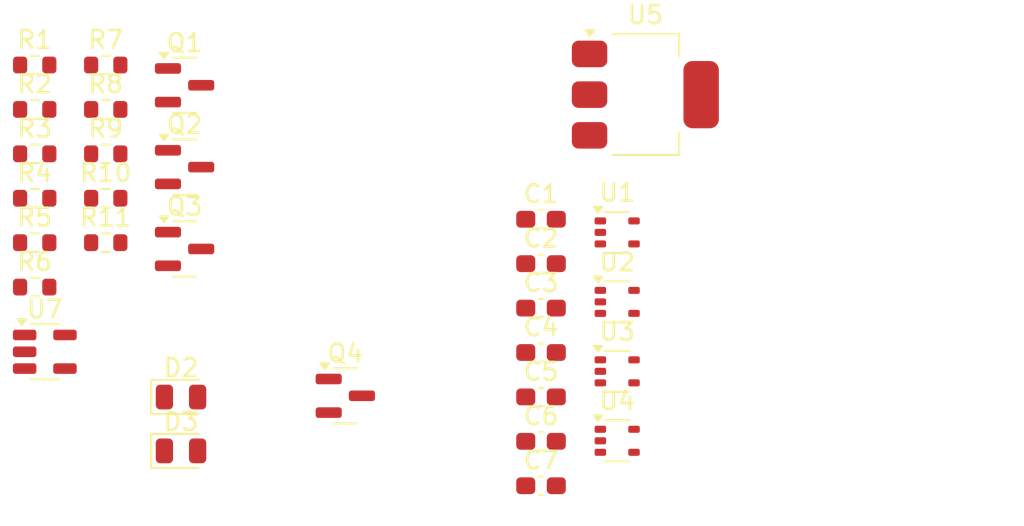
<source format=kicad_pcb>
(kicad_pcb (version 20240108) (generator "pcbnew") (generator_version "8.0")
  (layers (0 "F.Cu" signal) (31 "B.Cu" signal) (34 "B.Paste" user) (35 "F.Paste" user) (36 "B.SilkS" user "B.Silkscreen") (37 "F.SilkS" user "F.Silkscreen") (38 "B.Mask" user) (39 "F.Mask" user) (44 "Edge.Cuts" user))
  (net 0 "")
  (net 1 "+12V")
  (net 2 "GND")
  (net 3 "+5V")
  (net 4 "Net-(C5-Pad1)")
  (net 5 "Net-(D2-A)")
  (net 6 "Net-(D3-A)")
  (net 7 "Net-(Q1-G)")
  (net 8 "/SET")
  (net 9 "Net-(Q2-S)")
  (net 10 "IMD_Error")
  (net 11 "Net-(Q3-S)")
  (net 12 "BMS_Error")
  (net 13 "Net-(Q4-D)")
  (net 14 "Net-(Q4-G)")
  (net 15 "Net-(U7-+)")
  (net 16 "Net-(R6-Pad1)")
  (net 17 "Net-(R10-Pad2)")
  (net 18 "Net-(R11-Pad1)")
  (net 19 "/Trigger")
  (net 20 "/Q")
  (net 21 "/Q'")
  (net 22 "/RESET")
  (footprint "Package_TO_SOT_SMD:SOT-23" (layer "F.Cu") (at 94.128 101.176)
    (property "Reference" "Q3" (at 0 -2.4 0) (layer "F.SilkS"))
    (property "Value" "BSS138")
    (fp_line (start 0 -1.56) (end -0.65 -1.56) (stroke (width 0.12)) (layer "F.SilkS"))
    (fp_line (start 0 -1.56) (end 0.65 -1.56) (stroke (width 0.12)) (layer "F.SilkS"))
    (fp_line (start 0 1.56) (end -0.65 1.56) (stroke (width 0.12)) (layer "F.SilkS"))
    (fp_line (start 0 1.56) (end 0.65 1.56) (stroke (width 0.12)) (layer "F.SilkS"))
    (fp_poly (pts (xy -1.1625 -1.51) (xy -1.4025 -1.84) (xy -0.9225 -1.84) (xy -1.1625 -1.51)) (stroke (width 0.12)) (fill solid) (layer "F.SilkS"))
    (pad "1" smd roundrect (at -0.9375 -0.95) (size 1.475 0.6) (layers "F.Cu" "F.Paste" "F.Mask") (net 12 "BMS_Error"))
    (pad "2" smd roundrect (at -0.9375 0.95) (size 1.475 0.6) (layers "F.Cu" "F.Paste" "F.Mask") (net 11 "Net-(Q3-S)"))
    (pad "3" smd roundrect (at 0.9375 0) (size 1.475 0.6) (layers "F.Cu" "F.Paste" "F.Mask") (net 3 "+5V"))
  )
  (footprint "Package_TO_SOT_SMD:SOT-23" (layer "F.Cu") (at 94.128 91.926)
    (property "Reference" "Q1" (at 0 -2.4 0) (layer "F.SilkS"))
    (property "Value" "Si2319CDS")
    (fp_line (start 0 -1.56) (end -0.65 -1.56) (stroke (width 0.12)) (layer "F.SilkS"))
    (fp_line (start 0 -1.56) (end 0.65 -1.56) (stroke (width 0.12)) (layer "F.SilkS"))
    (fp_line (start 0 1.56) (end -0.65 1.56) (stroke (width 0.12)) (layer "F.SilkS"))
    (fp_line (start 0 1.56) (end 0.65 1.56) (stroke (width 0.12)) (layer "F.SilkS"))
    (fp_poly (pts (xy -1.1625 -1.51) (xy -1.4025 -1.84) (xy -0.9225 -1.84) (xy -1.1625 -1.51)) (stroke (width 0.12)) (fill solid) (layer "F.SilkS"))
    (pad "1" smd roundrect (at -0.9375 -0.95) (size 1.475 0.6) (layers "F.Cu" "F.Paste" "F.Mask") (net 7 "Net-(Q1-G)"))
    (pad "2" smd roundrect (at -0.9375 0.95) (size 1.475 0.6) (layers "F.Cu" "F.Paste" "F.Mask") (net 3 "+5V"))
    (pad "3" smd roundrect (at 0.9375 0) (size 1.475 0.6) (layers "F.Cu" "F.Paste" "F.Mask") (net 8 "/SET"))
  )
  (footprint "Capacitor_SMD:C_0603_1608Metric_Pad1.08x0.95mm_HandSolder" (layer "F.Cu") (at 114.252 112.047)
    (property "Reference" "C6" (at 0 -1.43 0) (layer "F.SilkS"))
    (property "Value" "100n")
    (fp_line (start -0.146267 -0.51) (end 0.146267 -0.51) (stroke (width 0.12)) (layer "F.SilkS"))
    (fp_line (start -0.146267 0.51) (end 0.146267 0.51) (stroke (width 0.12)) (layer "F.SilkS"))
    (pad "1" smd roundrect (at -0.8625 0) (size 1.075 0.95) (layers "F.Cu" "F.Paste" "F.Mask") (net 3 "+5V"))
    (pad "2" smd roundrect (at 0.8625 0) (size 1.075 0.95) (layers "F.Cu" "F.Paste" "F.Mask") (net 2 "GND"))
  )
  (footprint "Resistor_SMD:R_0603_1608Metric" (layer "F.Cu") (at 89.678 100.821)
    (property "Reference" "R11" (at 0 -1.43 0) (layer "F.SilkS"))
    (property "Value" "500")
    (fp_line (start -0.237258 -0.5225) (end 0.237258 -0.5225) (stroke (width 0.12)) (layer "F.SilkS"))
    (fp_line (start -0.237258 0.5225) (end 0.237258 0.5225) (stroke (width 0.12)) (layer "F.SilkS"))
    (pad "1" smd roundrect (at -0.825 0) (size 0.8 0.95) (layers "F.Cu" "F.Paste" "F.Mask") (net 18 "Net-(R11-Pad1)"))
    (pad "2" smd roundrect (at 0.825 0) (size 0.8 0.95) (layers "F.Cu" "F.Paste" "F.Mask") (net 13 "Net-(Q4-D)"))
  )
  (footprint "Resistor_SMD:R_0603_1608Metric" (layer "F.Cu") (at 85.668 95.801)
    (property "Reference" "R3" (at 0 -1.43 0) (layer "F.SilkS"))
    (property "Value" "318k")
    (fp_line (start -0.237258 -0.5225) (end 0.237258 -0.5225) (stroke (width 0.12)) (layer "F.SilkS"))
    (fp_line (start -0.237258 0.5225) (end 0.237258 0.5225) (stroke (width 0.12)) (layer "F.SilkS"))
    (pad "1" smd roundrect (at -0.825 0) (size 0.8 0.95) (layers "F.Cu" "F.Paste" "F.Mask") (net 3 "+5V"))
    (pad "2" smd roundrect (at 0.825 0) (size 0.8 0.95) (layers "F.Cu" "F.Paste" "F.Mask") (net 4 "Net-(C5-Pad1)"))
  )
  (footprint "Resistor_SMD:R_0603_1608Metric" (layer "F.Cu") (at 85.668 90.781)
    (property "Reference" "R1" (at 0 -1.43 0) (layer "F.SilkS"))
    (property "Value" "330")
    (fp_line (start -0.237258 -0.5225) (end 0.237258 -0.5225) (stroke (width 0.12)) (layer "F.SilkS"))
    (fp_line (start -0.237258 0.5225) (end 0.237258 0.5225) (stroke (width 0.12)) (layer "F.SilkS"))
    (pad "1" smd roundrect (at -0.825 0) (size 0.8 0.95) (layers "F.Cu" "F.Paste" "F.Mask") (net 9 "Net-(Q2-S)"))
    (pad "2" smd roundrect (at 0.825 0) (size 0.8 0.95) (layers "F.Cu" "F.Paste" "F.Mask") (net 5 "Net-(D2-A)"))
  )
  (footprint "Capacitor_SMD:C_0603_1608Metric_Pad1.08x0.95mm_HandSolder" (layer "F.Cu") (at 114.252 107.027)
    (property "Reference" "C4" (at 0 -1.43 0) (layer "F.SilkS"))
    (property "Value" "10u")
    (fp_line (start -0.146267 -0.51) (end 0.146267 -0.51) (stroke (width 0.12)) (layer "F.SilkS"))
    (fp_line (start -0.146267 0.51) (end 0.146267 0.51) (stroke (width 0.12)) (layer "F.SilkS"))
    (pad "1" smd roundrect (at -0.8625 0) (size 1.075 0.95) (layers "F.Cu" "F.Paste" "F.Mask") (net 3 "+5V"))
    (pad "2" smd roundrect (at 0.8625 0) (size 1.075 0.95) (layers "F.Cu" "F.Paste" "F.Mask") (net 2 "GND"))
  )
  (footprint "LED_SMD:LED_0805_2012Metric" (layer "F.Cu") (at 93.928 109.546)
    (property "Reference" "D2" (at 0 -1.65 0) (layer "F.SilkS"))
    (property "Value" "LED")
    (fp_line (start -1.685 -0.96) (end -1.685 0.96) (stroke (width 0.12)) (layer "F.SilkS"))
    (fp_line (start -1.685 0.96) (end 1 0.96) (stroke (width 0.12)) (layer "F.SilkS"))
    (fp_line (start 1 -0.96) (end -1.685 -0.96) (stroke (width 0.12)) (layer "F.SilkS"))
    (pad "1" smd roundrect (at -0.9375 0) (size 0.975 1.4) (layers "F.Cu" "F.Paste" "F.Mask") (net 2 "GND"))
    (pad "2" smd roundrect (at 0.9375 0) (size 0.975 1.4) (layers "F.Cu" "F.Paste" "F.Mask") (net 5 "Net-(D2-A)"))
  )
  (footprint "Capacitor_SMD:C_0603_1608Metric_Pad1.08x0.95mm_HandSolder" (layer "F.Cu") (at 114.252 109.537)
    (property "Reference" "C5" (at 0 -1.43 0) (layer "F.SilkS"))
    (property "Value" "10u")
    (fp_line (start -0.146267 -0.51) (end 0.146267 -0.51) (stroke (width 0.12)) (layer "F.SilkS"))
    (fp_line (start -0.146267 0.51) (end 0.146267 0.51) (stroke (width 0.12)) (layer "F.SilkS"))
    (pad "1" smd roundrect (at -0.8625 0) (size 1.075 0.95) (layers "F.Cu" "F.Paste" "F.Mask") (net 4 "Net-(C5-Pad1)"))
    (pad "2" smd roundrect (at 0.8625 0) (size 1.075 0.95) (layers "F.Cu" "F.Paste" "F.Mask") (net 2 "GND"))
  )
  (footprint "Capacitor_SMD:C_0603_1608Metric_Pad1.08x0.95mm_HandSolder" (layer "F.Cu") (at 114.252 114.557)
    (property "Reference" "C7" (at 0 -1.43 0) (layer "F.SilkS"))
    (property "Value" "100n")
    (fp_line (start -0.146267 -0.51) (end 0.146267 -0.51) (stroke (width 0.12)) (layer "F.SilkS"))
    (fp_line (start -0.146267 0.51) (end 0.146267 0.51) (stroke (width 0.12)) (layer "F.SilkS"))
    (pad "1" smd roundrect (at -0.8625 0) (size 1.075 0.95) (layers "F.Cu" "F.Paste" "F.Mask") (net 3 "+5V"))
    (pad "2" smd roundrect (at 0.8625 0) (size 1.075 0.95) (layers "F.Cu" "F.Paste" "F.Mask") (net 2 "GND"))
  )
  (footprint "Resistor_SMD:R_0603_1608Metric" (layer "F.Cu") (at 89.678 93.291)
    (property "Reference" "R8" (at 0 -1.43 0) (layer "F.SilkS"))
    (property "Value" "100")
    (fp_line (start -0.237258 -0.5225) (end 0.237258 -0.5225) (stroke (width 0.12)) (layer "F.SilkS"))
    (fp_line (start -0.237258 0.5225) (end 0.237258 0.5225) (stroke (width 0.12)) (layer "F.SilkS"))
    (pad "1" smd roundrect (at -0.825 0) (size 0.8 0.95) (layers "F.Cu" "F.Paste" "F.Mask") (net 14 "Net-(Q4-G)"))
    (pad "2" smd roundrect (at 0.825 0) (size 0.8 0.95) (layers "F.Cu" "F.Paste" "F.Mask") (net 16 "Net-(R6-Pad1)"))
  )
  (footprint "Resistor_SMD:R_0603_1608Metric" (layer "F.Cu") (at 85.668 98.311)
    (property "Reference" "R4" (at 0 -1.43 0) (layer "F.SilkS"))
    (property "Value" "39K")
    (fp_line (start -0.237258 -0.5225) (end 0.237258 -0.5225) (stroke (width 0.12)) (layer "F.SilkS"))
    (fp_line (start -0.237258 0.5225) (end 0.237258 0.5225) (stroke (width 0.12)) (layer "F.SilkS"))
    (pad "1" smd roundrect (at -0.825 0) (size 0.8 0.95) (layers "F.Cu" "F.Paste" "F.Mask") (net 15 "Net-(U7-+)"))
    (pad "2" smd roundrect (at 0.825 0) (size 0.8 0.95) (layers "F.Cu" "F.Paste" "F.Mask") (net 3 "+5V"))
  )
  (footprint "Capacitor_SMD:C_0603_1608Metric_Pad1.08x0.95mm_HandSolder" (layer "F.Cu") (at 114.252 99.497)
    (property "Reference" "C1" (at 0 -1.43 0) (layer "F.SilkS"))
    (property "Value" "10u")
    (fp_line (start -0.146267 -0.51) (end 0.146267 -0.51) (stroke (width 0.12)) (layer "F.SilkS"))
    (fp_line (start -0.146267 0.51) (end 0.146267 0.51) (stroke (width 0.12)) (layer "F.SilkS"))
    (pad "1" smd roundrect (at -0.8625 0) (size 1.075 0.95) (layers "F.Cu" "F.Paste" "F.Mask") (net 1 "+12V"))
    (pad "2" smd roundrect (at 0.8625 0) (size 1.075 0.95) (layers "F.Cu" "F.Paste" "F.Mask") (net 2 "GND"))
  )
  (footprint "Package_TO_SOT_SMD:SOT-223-3_TabPin2" (layer "F.Cu") (at 120.142 92.456)
    (property "Reference" "U5" (at 0 -4.5 0) (layer "F.SilkS"))
    (property "Value" "LM1117MP-5.0")
    (fp_line (start -1.85 -3.41) (end 1.91 -3.41) (stroke (width 0.12)) (layer "F.SilkS"))
    (fp_line (start -1.85 3.41) (end 1.91 3.41) (stroke (width 0.12)) (layer "F.SilkS"))
    (fp_line (start 1.91 -3.41) (end 1.91 -2.15) (stroke (width 0.12)) (layer "F.SilkS"))
    (fp_line (start 1.91 3.41) (end 1.91 2.15) (stroke (width 0.12)) (layer "F.SilkS"))
    (fp_poly (pts (xy -3.13 -3.31) (xy -3.37 -3.64) (xy -2.89 -3.64) (xy -3.13 -3.31)) (stroke (width 0.12)) (fill solid) (layer "F.SilkS"))
    (pad "1" smd roundrect (at -3.15 -2.3) (size 2 1.5) (layers "F.Cu" "F.Paste" "F.Mask") (net 2 "GND"))
    (pad "2" smd roundrect (at -3.15 0) (size 2 1.5) (layers "F.Cu" "F.Paste" "F.Mask") (net 3 "+5V"))
    (pad "2" smd roundrect (at 3.15 0) (size 2 3.8) (layers "F.Cu" "F.Paste" "F.Mask") (net 3 "+5V"))
    (pad "3" smd roundrect (at -3.15 2.3) (size 2 1.5) (layers "F.Cu" "F.Paste" "F.Mask") (net 1 "+12V"))
  )
  (footprint "LED_SMD:LED_0805_2012Metric" (layer "F.Cu") (at 93.928 112.586)
    (property "Reference" "D3" (at 0 -1.65 0) (layer "F.SilkS"))
    (property "Value" "LED")
    (fp_line (start -1.685 -0.96) (end -1.685 0.96) (stroke (width 0.12)) (layer "F.SilkS"))
    (fp_line (start -1.685 0.96) (end 1 0.96) (stroke (width 0.12)) (layer "F.SilkS"))
    (fp_line (start 1 -0.96) (end -1.685 -0.96) (stroke (width 0.12)) (layer "F.SilkS"))
    (pad "1" smd roundrect (at -0.9375 0) (size 0.975 1.4) (layers "F.Cu" "F.Paste" "F.Mask") (net 2 "GND"))
    (pad "2" smd roundrect (at 0.9375 0) (size 0.975 1.4) (layers "F.Cu" "F.Paste" "F.Mask") (net 6 "Net-(D3-A)"))
  )
  (footprint "Resistor_SMD:R_0603_1608Metric" (layer "F.Cu") (at 89.678 95.801)
    (property "Reference" "R9" (at 0 -1.43 0) (layer "F.SilkS"))
    (property "Value" "10K")
    (fp_line (start -0.237258 -0.5225) (end 0.237258 -0.5225) (stroke (width 0.12)) (layer "F.SilkS"))
    (fp_line (start -0.237258 0.5225) (end 0.237258 0.5225) (stroke (width 0.12)) (layer "F.SilkS"))
    (pad "1" smd roundrect (at -0.825 0) (size 0.8 0.95) (layers "F.Cu" "F.Paste" "F.Mask") (net 8 "/SET"))
    (pad "2" smd roundrect (at 0.825 0) (size 0.8 0.95) (layers "F.Cu" "F.Paste" "F.Mask") (net 2 "GND"))
  )
  (footprint "Package_TO_SOT_SMD:SOT-23" (layer "F.Cu") (at 103.2025 109.474)
    (property "Reference" "Q4" (at 0 -2.4 0) (layer "F.SilkS"))
    (property "Value" "BSS138")
    (fp_line (start 0 -1.56) (end -0.65 -1.56) (stroke (width 0.12)) (layer "F.SilkS"))
    (fp_line (start 0 -1.56) (end 0.65 -1.56) (stroke (width 0.12)) (layer "F.SilkS"))
    (fp_line (start 0 1.56) (end -0.65 1.56) (stroke (width 0.12)) (layer "F.SilkS"))
    (fp_line (start 0 1.56) (end 0.65 1.56) (stroke (width 0.12)) (layer "F.SilkS"))
    (fp_poly (pts (xy -1.1625 -1.51) (xy -1.4025 -1.84) (xy -0.9225 -1.84) (xy -1.1625 -1.51)) (stroke (width 0.12)) (fill solid) (layer "F.SilkS"))
    (pad "1" smd roundrect (at -0.9375 -0.95) (size 1.475 0.6) (layers "F.Cu" "F.Paste" "F.Mask") (net 14 "Net-(Q4-G)"))
    (pad "2" smd roundrect (at -0.9375 0.95) (size 1.475 0.6) (layers "F.Cu" "F.Paste" "F.Mask") (net 2 "GND"))
    (pad "3" smd roundrect (at 0.9375 0) (size 1.475 0.6) (layers "F.Cu" "F.Paste" "F.Mask") (net 13 "Net-(Q4-D)"))
  )
  (footprint "Capacitor_SMD:C_0603_1608Metric_Pad1.08x0.95mm_HandSolder" (layer "F.Cu") (at 114.252 102.007)
    (property "Reference" "C2" (at 0 -1.43 0) (layer "F.SilkS"))
    (property "Value" "100n")
    (fp_line (start -0.146267 -0.51) (end 0.146267 -0.51) (stroke (width 0.12)) (layer "F.SilkS"))
    (fp_line (start -0.146267 0.51) (end 0.146267 0.51) (stroke (width 0.12)) (layer "F.SilkS"))
    (pad "1" smd roundrect (at -0.8625 0) (size 1.075 0.95) (layers "F.Cu" "F.Paste" "F.Mask") (net 1 "+12V"))
    (pad "2" smd roundrect (at 0.8625 0) (size 1.075 0.95) (layers "F.Cu" "F.Paste" "F.Mask") (net 2 "GND"))
  )
  (footprint "Package_TO_SOT_SMD:SOT-353_SC-70-5" (layer "F.Cu") (at 118.552 100.242)
    (property "Reference" "U1" (at 0 -2.25 0) (layer "F.SilkS"))
    (property "Value" "74AHC1G04")
    (fp_line (start -0.71 -1.16) (end 0.7 -1.16) (stroke (width 0.12)) (layer "F.SilkS"))
    (fp_line (start -0.7 1.16) (end 0.7 1.16) (stroke (width 0.12)) (layer "F.SilkS"))
    (fp_poly (pts (xy -1.08 -1.11) (xy -1.32 -1.44) (xy -0.84 -1.44) (xy -1.08 -1.11)) (stroke (width 0.12)) (fill solid) (layer "F.SilkS"))
    (pad "1" smd roundrect (at -0.95 -0.65) (size 0.65 0.4) (layers "F.Cu" "F.Paste" "F.Mask"))
    (pad "2" smd roundrect (at -0.95 0) (size 0.65 0.4) (layers "F.Cu" "F.Paste" "F.Mask") (net 19 "/Trigger"))
    (pad "3" smd roundrect (at -0.95 0.65) (size 0.65 0.4) (layers "F.Cu" "F.Paste" "F.Mask") (net 2 "GND"))
    (pad "4" smd roundrect (at 0.95 0.65) (size 0.65 0.4) (layers "F.Cu" "F.Paste" "F.Mask") (net 17 "Net-(R10-Pad2)"))
    (pad "5" smd roundrect (at 0.95 -0.65) (size 0.65 0.4) (layers "F.Cu" "F.Paste" "F.Mask") (net 3 "+5V"))
  )
  (footprint "Resistor_SMD:R_0603_1608Metric" (layer "F.Cu") (at 85.668 100.821)
    (property "Reference" "R5" (at 0 -1.43 0) (layer "F.SilkS"))
    (property "Value" "10K")
    (fp_line (start -0.237258 -0.5225) (end 0.237258 -0.5225) (stroke (width 0.12)) (layer "F.SilkS"))
    (fp_line (start -0.237258 0.5225) (end 0.237258 0.5225) (stroke (width 0.12)) (layer "F.SilkS"))
    (pad "1" smd roundrect (at -0.825 0) (size 0.8 0.95) (layers "F.Cu" "F.Paste" "F.Mask") (net 15 "Net-(U7-+)"))
    (pad "2" smd roundrect (at 0.825 0) (size 0.8 0.95) (layers "F.Cu" "F.Paste" "F.Mask") (net 2 "GND"))
  )
  (footprint "Package_TO_SOT_SMD:SOT-353_SC-70-5" (layer "F.Cu") (at 118.552 104.167)
    (property "Reference" "U2" (at 0 -2.25 0) (layer "F.SilkS"))
    (property "Value" "74AHC1G02")
    (fp_line (start -0.71 -1.16) (end 0.7 -1.16) (stroke (width 0.12)) (layer "F.SilkS"))
    (fp_line (start -0.7 1.16) (end 0.7 1.16) (stroke (width 0.12)) (layer "F.SilkS"))
    (fp_poly (pts (xy -1.08 -1.11) (xy -1.32 -1.44) (xy -0.84 -1.44) (xy -1.08 -1.11)) (stroke (width 0.12)) (fill solid) (layer "F.SilkS"))
    (pad "1" smd roundrect (at -0.95 -0.65) (size 0.65 0.4) (layers "F.Cu" "F.Paste" "F.Mask") (net 4 "Net-(C5-Pad1)"))
    (pad "2" smd roundrect (at -0.95 0) (size 0.65 0.4) (layers "F.Cu" "F.Paste" "F.Mask") (net 3 "+5V"))
    (pad "3" smd roundrect (at -0.95 0.65) (size 0.65 0.4) (layers "F.Cu" "F.Paste" "F.Mask") (net 2 "GND"))
    (pad "4" smd roundrect (at 0.95 0.65) (size 0.65 0.4) (layers "F.Cu" "F.Paste" "F.Mask") (net 8 "/SET"))
    (pad "5" smd roundrect (at 0.95 -0.65) (size 0.65 0.4) (layers "F.Cu" "F.Paste" "F.Mask") (net 3 "+5V"))
  )
  (footprint "Package_TO_SOT_SMD:SOT-23" (layer "F.Cu") (at 94.128 96.551)
    (property "Reference" "Q2" (at 0 -2.4 0) (layer "F.SilkS"))
    (property "Value" "BSS138")
    (fp_line (start 0 -1.56) (end -0.65 -1.56) (stroke (width 0.12)) (layer "F.SilkS"))
    (fp_line (start 0 -1.56) (end 0.65 -1.56) (stroke (width 0.12)) (layer "F.SilkS"))
    (fp_line (start 0 1.56) (end -0.65 1.56) (stroke (width 0.12)) (layer "F.SilkS"))
    (fp_line (start 0 1.56) (end 0.65 1.56) (stroke (width 0.12)) (layer "F.SilkS"))
    (fp_poly (pts (xy -1.1625 -1.51) (xy -1.4025 -1.84) (xy -0.9225 -1.84) (xy -1.1625 -1.51)) (stroke (width 0.12)) (fill solid) (layer "F.SilkS"))
    (pad "1" smd roundrect (at -0.9375 -0.95) (size 1.475 0.6) (layers "F.Cu" "F.Paste" "F.Mask") (net 10 "IMD_Error"))
    (pad "2" smd roundrect (at -0.9375 0.95) (size 1.475 0.6) (layers "F.Cu" "F.Paste" "F.Mask") (net 9 "Net-(Q2-S)"))
    (pad "3" smd roundrect (at 0.9375 0) (size 1.475 0.6) (layers "F.Cu" "F.Paste" "F.Mask") (net 3 "+5V"))
  )
  (footprint "Resistor_SMD:R_0603_1608Metric" (layer "F.Cu") (at 89.678 98.311)
    (property "Reference" "R10" (at 0 -1.43 0) (layer "F.SilkS"))
    (property "Value" "100")
    (fp_line (start -0.237258 -0.5225) (end 0.237258 -0.5225) (stroke (width 0.12)) (layer "F.SilkS"))
    (fp_line (start -0.237258 0.5225) (end 0.237258 0.5225) (stroke (width 0.12)) (layer "F.SilkS"))
    (pad "1" smd roundrect (at -0.825 0) (size 0.8 0.95) (layers "F.Cu" "F.Paste" "F.Mask") (net 7 "Net-(Q1-G)"))
    (pad "2" smd roundrect (at 0.825 0) (size 0.8 0.95) (layers "F.Cu" "F.Paste" "F.Mask") (net 17 "Net-(R10-Pad2)"))
  )
  (footprint "Package_TO_SOT_SMD:SOT-23-5" (layer "F.Cu") (at 86.238 106.986)
    (property "Reference" "U7" (at 0 -2.4 0) (layer "F.SilkS"))
    (property "Value" "LM397")
    (fp_line (start 0 -1.56) (end -0.8 -1.56) (stroke (width 0.12)) (layer "F.SilkS"))
    (fp_line (start 0 -1.56) (end 0.8 -1.56) (stroke (width 0.12)) (layer "F.SilkS"))
    (fp_line (start 0 1.56) (end -0.8 1.56) (stroke (width 0.12)) (layer "F.SilkS"))
    (fp_line (start 0 1.56) (end 0.8 1.56) (stroke (width 0.12)) (layer "F.SilkS"))
    (fp_poly (pts (xy -1.3 -1.51) (xy -1.54 -1.84) (xy -1.06 -1.84) (xy -1.3 -1.51)) (stroke (width 0.12)) (fill solid) (layer "F.SilkS"))
    (pad "1" smd roundrect (at -1.1375 -0.95) (size 1.325 0.6) (layers "F.Cu" "F.Paste" "F.Mask") (net 20 "/Q"))
    (pad "2" smd roundrect (at -1.1375 0) (size 1.325 0.6) (layers "F.Cu" "F.Paste" "F.Mask") (net 2 "GND"))
    (pad "3" smd roundrect (at -1.1375 0.95) (size 1.325 0.6) (layers "F.Cu" "F.Paste" "F.Mask") (net 15 "Net-(U7-+)"))
    (pad "4" smd roundrect (at 1.1375 0.95) (size 1.325 0.6) (layers "F.Cu" "F.Paste" "F.Mask") (net 16 "Net-(R6-Pad1)"))
    (pad "5" smd roundrect (at 1.1375 -0.95) (size 1.325 0.6) (layers "F.Cu" "F.Paste" "F.Mask") (net 3 "+5V"))
  )
  (footprint "Resistor_SMD:R_0603_1608Metric" (layer "F.Cu") (at 85.668 103.331)
    (property "Reference" "R6" (at 0 -1.43 0) (layer "F.SilkS"))
    (property "Value" "10k")
    (fp_line (start -0.237258 -0.5225) (end 0.237258 -0.5225) (stroke (width 0.12)) (layer "F.SilkS"))
    (fp_line (start -0.237258 0.5225) (end 0.237258 0.5225) (stroke (width 0.12)) (layer "F.SilkS"))
    (pad "1" smd roundrect (at -0.825 0) (size 0.8 0.95) (layers "F.Cu" "F.Paste" "F.Mask") (net 16 "Net-(R6-Pad1)"))
    (pad "2" smd roundrect (at 0.825 0) (size 0.8 0.95) (layers "F.Cu" "F.Paste" "F.Mask") (net 3 "+5V"))
  )
  (footprint "Resistor_SMD:R_0603_1608Metric" (layer "F.Cu") (at 85.668 93.291)
    (property "Reference" "R2" (at 0 -1.43 0) (layer "F.SilkS"))
    (property "Value" "330")
    (fp_line (start -0.237258 -0.5225) (end 0.237258 -0.5225) (stroke (width 0.12)) (layer "F.SilkS"))
    (fp_line (start -0.237258 0.5225) (end 0.237258 0.5225) (stroke (width 0.12)) (layer "F.SilkS"))
    (pad "1" smd roundrect (at -0.825 0) (size 0.8 0.95) (layers "F.Cu" "F.Paste" "F.Mask") (net 11 "Net-(Q3-S)"))
    (pad "2" smd roundrect (at 0.825 0) (size 0.8 0.95) (layers "F.Cu" "F.Paste" "F.Mask") (net 6 "Net-(D3-A)"))
  )
  (footprint "Capacitor_SMD:C_0603_1608Metric_Pad1.08x0.95mm_HandSolder" (layer "F.Cu") (at 114.252 104.517)
    (property "Reference" "C3" (at 0 -1.43 0) (layer "F.SilkS"))
    (property "Value" "100n")
    (fp_line (start -0.146267 -0.51) (end 0.146267 -0.51) (stroke (width 0.12)) (layer "F.SilkS"))
    (fp_line (start -0.146267 0.51) (end 0.146267 0.51) (stroke (width 0.12)) (layer "F.SilkS"))
    (pad "1" smd roundrect (at -0.8625 0) (size 1.075 0.95) (layers "F.Cu" "F.Paste" "F.Mask") (net 3 "+5V"))
    (pad "2" smd roundrect (at 0.8625 0) (size 1.075 0.95) (layers "F.Cu" "F.Paste" "F.Mask") (net 2 "GND"))
  )
  (footprint "Resistor_SMD:R_0603_1608Metric" (layer "F.Cu") (at 89.678 90.781)
    (property "Reference" "R7" (at 0 -1.43 0) (layer "F.SilkS"))
    (property "Value" "10k")
    (fp_line (start -0.237258 -0.5225) (end 0.237258 -0.5225) (stroke (width 0.12)) (layer "F.SilkS"))
    (fp_line (start -0.237258 0.5225) (end 0.237258 0.5225) (stroke (width 0.12)) (layer "F.SilkS"))
    (pad "1" smd roundrect (at -0.825 0) (size 0.8 0.95) (layers "F.Cu" "F.Paste" "F.Mask") (net 17 "Net-(R10-Pad2)"))
    (pad "2" smd roundrect (at 0.825 0) (size 0.8 0.95) (layers "F.Cu" "F.Paste" "F.Mask") (net 3 "+5V"))
  )
  (footprint "Package_TO_SOT_SMD:SOT-353_SC-70-5" (layer "F.Cu") (at 118.552 112.017)
    (property "Reference" "U4" (at 0 -2.25 0) (layer "F.SilkS"))
    (property "Value" "74AHC1G02")
    (fp_line (start -0.71 -1.16) (end 0.7 -1.16) (stroke (width 0.12)) (layer "F.SilkS"))
    (fp_line (start -0.7 1.16) (end 0.7 1.16) (stroke (width 0.12)) (layer "F.SilkS"))
    (fp_poly (pts (xy -1.08 -1.11) (xy -1.32 -1.44) (xy -0.84 -1.44) (xy -1.08 -1.11)) (stroke (width 0.12)) (fill solid) (layer "F.SilkS"))
    (pad "1" smd roundrect (at -0.95 -0.65) (size 0.65 0.4) (layers "F.Cu" "F.Paste" "F.Mask") (net 20 "/Q"))
    (pad "2" smd roundrect (at -0.95 0) (size 0.65 0.4) (layers "F.Cu" "F.Paste" "F.Mask") (net 22 "/RESET"))
    (pad "3" smd roundrect (at -0.95 0.65) (size 0.65 0.4) (layers "F.Cu" "F.Paste" "F.Mask") (net 2 "GND"))
    (pad "4" smd roundrect (at 0.95 0.65) (size 0.65 0.4) (layers "F.Cu" "F.Paste" "F.Mask") (net 21 "/Q'"))
    (pad "5" smd roundrect (at 0.95 -0.65) (size 0.65 0.4) (layers "F.Cu" "F.Paste" "F.Mask") (net 3 "+5V"))
  )
  (footprint "Package_TO_SOT_SMD:SOT-353_SC-70-5" (layer "F.Cu") (at 118.552 108.092)
    (property "Reference" "U3" (at 0 -2.25 0) (layer "F.SilkS"))
    (property "Value" "74AHC1G02")
    (fp_line (start -0.71 -1.16) (end 0.7 -1.16) (stroke (width 0.12)) (layer "F.SilkS"))
    (fp_line (start -0.7 1.16) (end 0.7 1.16) (stroke (width 0.12)) (layer "F.SilkS"))
    (fp_poly (pts (xy -1.08 -1.11) (xy -1.32 -1.44) (xy -0.84 -1.44) (xy -1.08 -1.11)) (stroke (width 0.12)) (fill solid) (layer "F.SilkS"))
    (pad "1" smd roundrect (at -0.95 -0.65) (size 0.65 0.4) (layers "F.Cu" "F.Paste" "F.Mask") (net 8 "/SET"))
    (pad "2" smd roundrect (at -0.95 0) (size 0.65 0.4) (layers "F.Cu" "F.Paste" "F.Mask") (net 21 "/Q'"))
    (pad "3" smd roundrect (at -0.95 0.65) (size 0.65 0.4) (layers "F.Cu" "F.Paste" "F.Mask") (net 2 "GND"))
    (pad "4" smd roundrect (at 0.95 0.65) (size 0.65 0.4) (layers "F.Cu" "F.Paste" "F.Mask") (net 20 "/Q"))
    (pad "5" smd roundrect (at 0.95 -0.65) (size 0.65 0.4) (layers "F.Cu" "F.Paste" "F.Mask") (net 3 "+5V"))
  )
)
</source>
